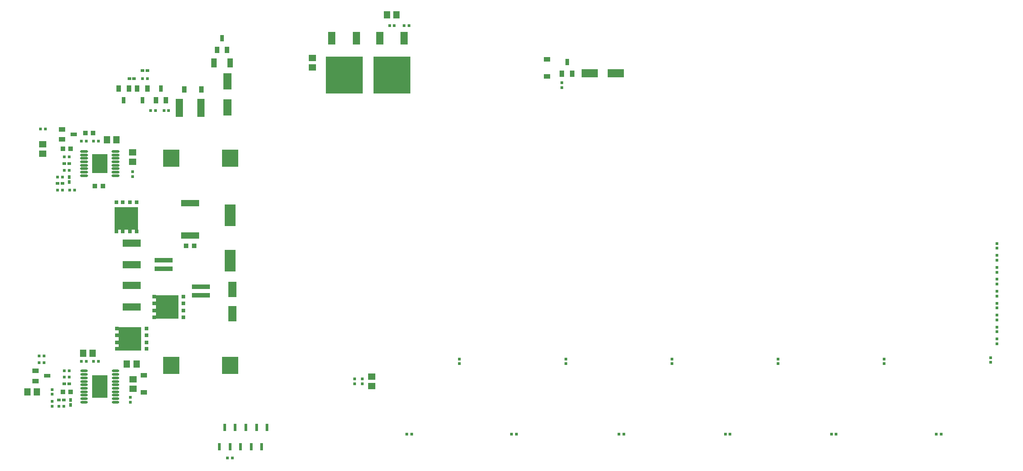
<source format=gtp>
G04 #@! TF.FileFunction,Paste,Top*
%FSLAX46Y46*%
G04 Gerber Fmt 4.6, Leading zero omitted, Abs format (unit mm)*
G04 Created by KiCad (PCBNEW (2015-02-06 BZR 5407)-product) date Mon 09 Feb 2015 02:11:19 PM EST*
%MOMM*%
G01*
G04 APERTURE LIST*
%ADD10C,0.100000*%
%ADD11R,3.100000X3.300000*%
%ADD12R,1.200000X0.900000*%
%ADD13R,0.900000X0.950000*%
%ADD14R,1.150000X1.450000*%
%ADD15R,1.450000X1.150000*%
%ADD16R,0.650000X0.600000*%
%ADD17R,0.600000X0.650000*%
%ADD18R,1.600000X3.000000*%
%ADD19R,2.100000X4.100000*%
%ADD20R,1.600000X3.150000*%
%ADD21R,0.900000X1.200000*%
%ADD22R,0.900000X1.300000*%
%ADD23R,0.800000X1.300000*%
%ADD24R,1.450000X2.450000*%
%ADD25R,6.950000X6.950000*%
%ADD26R,1.300000X0.900000*%
%ADD27R,1.300000X0.800000*%
%ADD28R,0.600000X0.600000*%
%ADD29R,3.450000X0.950000*%
%ADD30R,1.050000X1.800000*%
%ADD31R,3.500000X1.400000*%
%ADD32R,1.400000X3.500000*%
%ADD33R,0.600000X1.450000*%
%ADD34R,3.150000X1.600000*%
%ADD35R,4.295000X4.510000*%
%ADD36R,0.675000X0.675000*%
%ADD37R,0.655000X0.675000*%
%ADD38R,0.750000X0.675000*%
%ADD39R,4.510000X4.295000*%
%ADD40R,0.675000X0.655000*%
%ADD41R,0.675000X0.750000*%
%ADD42O,1.450000X0.450000*%
%ADD43R,3.000000X4.200000*%
%ADD44O,1.500000X0.450000*%
%ADD45R,2.900000X3.550000*%
%ADD46R,3.400000X1.250000*%
G04 APERTURE END LIST*
D10*
D11*
X69550000Y-126000000D03*
X58450000Y-126000000D03*
D12*
X53250000Y-127900000D03*
X53250000Y-131100000D03*
D13*
X42250000Y-82250000D03*
X43750000Y-82250000D03*
D14*
X99100000Y-60000000D03*
X100900000Y-60000000D03*
D15*
X85000000Y-69900000D03*
X85000000Y-68100000D03*
D16*
X39200000Y-88000000D03*
X38300000Y-88000000D03*
X39200000Y-129500000D03*
X38300000Y-129500000D03*
D17*
X39500000Y-133450000D03*
X39500000Y-132550000D03*
X39250000Y-90550000D03*
X39250000Y-91450000D03*
D13*
X45550000Y-92200000D03*
X44050000Y-92200000D03*
X39500000Y-85250000D03*
X38000000Y-85250000D03*
D14*
X41850000Y-123750000D03*
X43650000Y-123750000D03*
D13*
X39500000Y-131000000D03*
X38000000Y-131000000D03*
D16*
X37300000Y-132500000D03*
X38200000Y-132500000D03*
X37050000Y-91750000D03*
X37950000Y-91750000D03*
D14*
X51900000Y-125750000D03*
X50100000Y-125750000D03*
D15*
X51200000Y-85900000D03*
X51200000Y-87700000D03*
X51250000Y-130400000D03*
X51250000Y-128600000D03*
D14*
X48150000Y-83500000D03*
X46350000Y-83500000D03*
D13*
X62750000Y-103500000D03*
X61250000Y-103500000D03*
D18*
X70000000Y-116250000D03*
X70000000Y-111750000D03*
D19*
X69500000Y-97750000D03*
X69500000Y-106250000D03*
D16*
X51450000Y-72000000D03*
X50550000Y-72000000D03*
X53950000Y-70500000D03*
X53050000Y-70500000D03*
D20*
X69000000Y-72550000D03*
X69000000Y-77450000D03*
D21*
X60900000Y-74000000D03*
X64100000Y-74000000D03*
D22*
X50450000Y-73900000D03*
X48550000Y-73900000D03*
D23*
X49500000Y-76100000D03*
D24*
X102300000Y-64400000D03*
X97700000Y-64400000D03*
D25*
X100000000Y-71300000D03*
D24*
X93300000Y-64400000D03*
X88700000Y-64400000D03*
D25*
X91000000Y-71300000D03*
D26*
X32900000Y-127050000D03*
X32900000Y-128950000D03*
D27*
X35100000Y-128000000D03*
D26*
X37900000Y-81550000D03*
X37900000Y-83450000D03*
D27*
X40100000Y-82500000D03*
D22*
X53950000Y-73900000D03*
X52050000Y-73900000D03*
D23*
X53000000Y-76100000D03*
D22*
X55550000Y-76100000D03*
X57450000Y-76100000D03*
D23*
X56500000Y-73900000D03*
D22*
X67050000Y-66600000D03*
X68950000Y-66600000D03*
D23*
X68000000Y-64400000D03*
D28*
X192750000Y-124800000D03*
X192750000Y-125700000D03*
X212750000Y-124550000D03*
X212750000Y-125450000D03*
X203450000Y-139000000D03*
X202550000Y-139000000D03*
X163700000Y-139000000D03*
X162800000Y-139000000D03*
X183700000Y-139000000D03*
X182800000Y-139000000D03*
X143700000Y-139000000D03*
X142800000Y-139000000D03*
X123450000Y-139000000D03*
X122550000Y-139000000D03*
X103700000Y-139000000D03*
X102800000Y-139000000D03*
X99550000Y-62000000D03*
X100450000Y-62000000D03*
X34450000Y-124250000D03*
X33550000Y-124250000D03*
X102300000Y-62000000D03*
X103200000Y-62000000D03*
X34450000Y-125500000D03*
X33550000Y-125500000D03*
X33800000Y-81500000D03*
X34700000Y-81500000D03*
X38300000Y-86750000D03*
X39200000Y-86750000D03*
X38300000Y-128250000D03*
X39200000Y-128250000D03*
X36000000Y-132800000D03*
X36000000Y-133700000D03*
X39300000Y-93000000D03*
X40200000Y-93000000D03*
X39200000Y-89250000D03*
X38300000Y-89250000D03*
X36000000Y-131450000D03*
X36000000Y-130550000D03*
X37950000Y-93000000D03*
X37050000Y-93000000D03*
X39200000Y-127000000D03*
X38300000Y-127000000D03*
X38200000Y-133750000D03*
X37300000Y-133750000D03*
X37950000Y-90500000D03*
X37050000Y-90500000D03*
X41550000Y-83750000D03*
X42450000Y-83750000D03*
X41550000Y-125250000D03*
X42450000Y-125250000D03*
X43800000Y-125250000D03*
X44700000Y-125250000D03*
X43800000Y-83750000D03*
X44700000Y-83750000D03*
D29*
X64000000Y-112800000D03*
X64000000Y-111200000D03*
X57000000Y-106200000D03*
X57000000Y-107800000D03*
D28*
X53950000Y-72000000D03*
X53050000Y-72000000D03*
X57950000Y-78000000D03*
X57050000Y-78000000D03*
X55450000Y-78000000D03*
X54550000Y-78000000D03*
D30*
X69500000Y-69000000D03*
X66500000Y-69000000D03*
D28*
X112750000Y-124800000D03*
X112750000Y-125700000D03*
X132750000Y-124800000D03*
X132750000Y-125700000D03*
X152750000Y-124800000D03*
X152750000Y-125700000D03*
X172750000Y-124800000D03*
X172750000Y-125700000D03*
X214000000Y-118800000D03*
X214000000Y-119700000D03*
X214000000Y-116550000D03*
X214000000Y-117450000D03*
X214000000Y-114300000D03*
X214000000Y-115200000D03*
X214000000Y-112050000D03*
X214000000Y-112950000D03*
X214000000Y-109800000D03*
X214000000Y-110700000D03*
X214000000Y-107550000D03*
X214000000Y-108450000D03*
X214000000Y-105300000D03*
X214000000Y-106200000D03*
X214000000Y-103050000D03*
X214000000Y-103950000D03*
X214000000Y-121050000D03*
X214000000Y-121950000D03*
D11*
X69550000Y-87000000D03*
X58450000Y-87000000D03*
D31*
X51000000Y-115050000D03*
X51000000Y-110950000D03*
X51000000Y-102950000D03*
X51000000Y-107050000D03*
D32*
X59950000Y-77500000D03*
X64050000Y-77500000D03*
D33*
X67500000Y-141325000D03*
X68500000Y-137675000D03*
X69500000Y-141325000D03*
X70500000Y-137675000D03*
X71500000Y-141325000D03*
X72500000Y-137675000D03*
X73500000Y-141325000D03*
X74500000Y-137675000D03*
X75500000Y-141325000D03*
X76500000Y-137675000D03*
D28*
X50750000Y-132950000D03*
X50750000Y-132050000D03*
X51200000Y-89550000D03*
X51200000Y-90450000D03*
X69050000Y-143500000D03*
X69950000Y-143500000D03*
X94400000Y-129450000D03*
X94400000Y-128550000D03*
X93000000Y-129450000D03*
X93000000Y-128550000D03*
D15*
X96200000Y-128100000D03*
X96200000Y-129900000D03*
D14*
X31350000Y-131000000D03*
X33150000Y-131000000D03*
D15*
X34250000Y-86150000D03*
X34250000Y-84350000D03*
D12*
X129250000Y-71600000D03*
X129250000Y-68400000D03*
D22*
X132050000Y-71100000D03*
X133950000Y-71100000D03*
D23*
X133000000Y-68900000D03*
D28*
X132000000Y-73700000D03*
X132000000Y-72800000D03*
D34*
X142200000Y-71000000D03*
X137300000Y-71000000D03*
D35*
X57675000Y-115000000D03*
D36*
X55200000Y-116917500D03*
X55200000Y-115660000D03*
X55200000Y-114340000D03*
D37*
X55200000Y-113082500D03*
D38*
X60752500Y-113082500D03*
X60752500Y-114340000D03*
X60752500Y-115660000D03*
X60752500Y-116917500D03*
D35*
X50675000Y-121000000D03*
D36*
X48200000Y-122917500D03*
X48200000Y-121660000D03*
X48200000Y-120340000D03*
D37*
X48200000Y-119082500D03*
D38*
X53752500Y-119082500D03*
X53752500Y-120340000D03*
X53752500Y-121660000D03*
X53752500Y-122917500D03*
D39*
X50000000Y-98325000D03*
D36*
X51917500Y-100800000D03*
X50660000Y-100800000D03*
X49340000Y-100800000D03*
D40*
X48082500Y-100800000D03*
D41*
X48082500Y-95247500D03*
X49340000Y-95247500D03*
X50660000Y-95247500D03*
X51917500Y-95247500D03*
D42*
X42050000Y-127075000D03*
X42050000Y-127725000D03*
X42050000Y-128375000D03*
X42050000Y-129025000D03*
X42050000Y-129675000D03*
X42050000Y-130325000D03*
X42050000Y-130975000D03*
X42050000Y-131625000D03*
X42050000Y-132275000D03*
X42050000Y-132925000D03*
X47950000Y-132925000D03*
X47950000Y-132275000D03*
X47950000Y-131625000D03*
X47950000Y-130975000D03*
X47950000Y-130325000D03*
X47950000Y-129675000D03*
X47950000Y-129025000D03*
X47950000Y-128375000D03*
X47950000Y-127725000D03*
X47950000Y-127075000D03*
D43*
X45000000Y-130000000D03*
D44*
X42050000Y-85725000D03*
X42050000Y-86375000D03*
X42050000Y-87025000D03*
X42050000Y-87675000D03*
X42050000Y-88325000D03*
X42050000Y-88975000D03*
X42050000Y-89625000D03*
X42050000Y-90275000D03*
X47950000Y-90275000D03*
X47950000Y-89625000D03*
X47950000Y-88975000D03*
X47950000Y-88325000D03*
X47950000Y-87675000D03*
X47950000Y-87025000D03*
X47950000Y-86375000D03*
X47950000Y-85725000D03*
D45*
X45000000Y-88000000D03*
D46*
X62000000Y-95450000D03*
X62000000Y-101550000D03*
M02*

</source>
